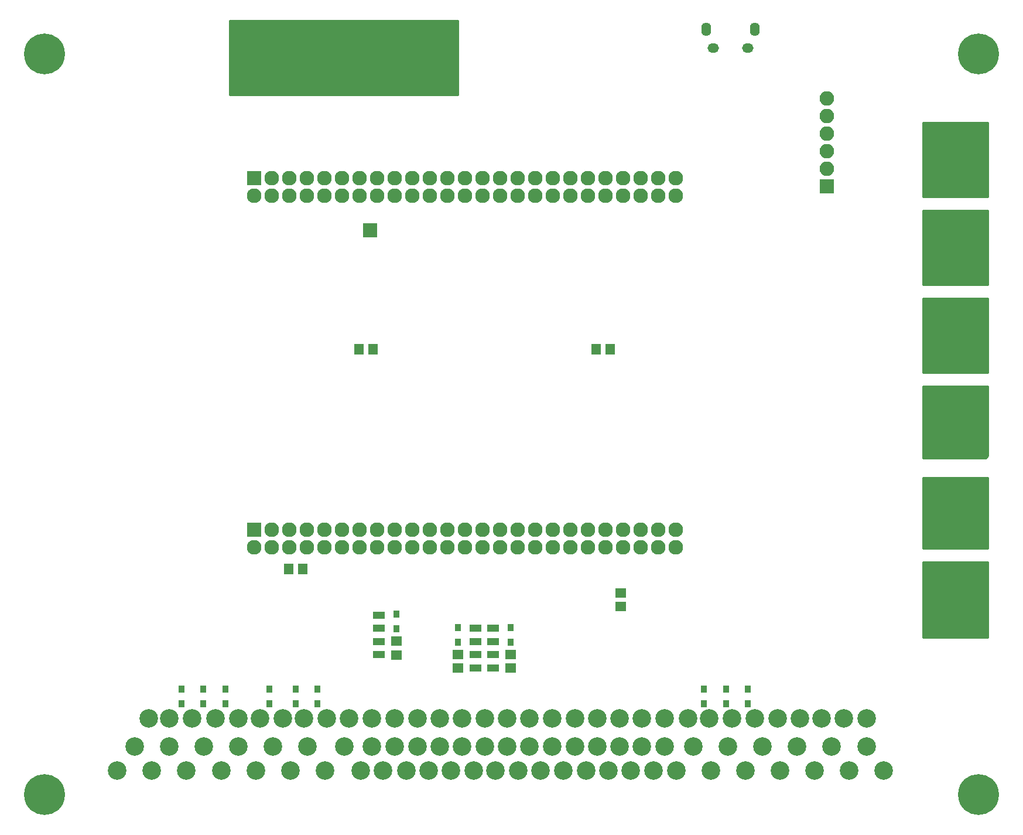
<source format=gbr>
G04 #@! TF.FileFunction,Soldermask,Bot*
%FSLAX46Y46*%
G04 Gerber Fmt 4.6, Leading zero omitted, Abs format (unit mm)*
G04 Created by KiCad (PCBNEW 4.0.4-stable) date 05/15/17 18:30:56*
%MOMM*%
%LPD*%
G01*
G04 APERTURE LIST*
%ADD10C,0.100000*%
%ADD11C,5.900000*%
%ADD12R,1.400000X1.650000*%
%ADD13R,1.650000X1.400000*%
%ADD14R,0.850000X1.000000*%
%ADD15O,1.650000X1.350000*%
%ADD16O,1.400000X1.950000*%
%ADD17R,2.127200X2.127200*%
%ADD18O,2.127200X2.127200*%
%ADD19C,2.686000*%
%ADD20R,2.100000X2.100000*%
%ADD21R,1.700000X1.100000*%
%ADD22C,1.206000*%
%ADD23O,2.100000X2.100000*%
%ADD24C,0.254000*%
G04 APERTURE END LIST*
D10*
D11*
X140000000Y-112000000D03*
X5000000Y-112000000D03*
X140000000Y-5000000D03*
X5000000Y-5000000D03*
D12*
X40275000Y-79375000D03*
X42275000Y-79375000D03*
D13*
X88265000Y-82820000D03*
X88265000Y-84820000D03*
D12*
X50435000Y-47625000D03*
X52435000Y-47625000D03*
X84725000Y-47625000D03*
X86725000Y-47625000D03*
D14*
X100330000Y-96740000D03*
X100330000Y-98840000D03*
X103505000Y-96740000D03*
X103505000Y-98840000D03*
X44450000Y-96740000D03*
X44450000Y-98840000D03*
X37465000Y-96740000D03*
X37465000Y-98840000D03*
X106680000Y-96740000D03*
X106680000Y-98840000D03*
X41275000Y-96740000D03*
X41275000Y-98840000D03*
X27940000Y-96740000D03*
X27940000Y-98840000D03*
X24765000Y-96740000D03*
X24765000Y-98840000D03*
D15*
X106640900Y-4102540D03*
X101640900Y-4102540D03*
D16*
X107640900Y-1402540D03*
X100640900Y-1402540D03*
D17*
X35290000Y-73710000D03*
D18*
X35290000Y-76250000D03*
X37830000Y-73710000D03*
X37830000Y-76250000D03*
X40370000Y-73710000D03*
X40370000Y-76250000D03*
X42910000Y-73710000D03*
X42910000Y-76250000D03*
X45450000Y-73710000D03*
X45450000Y-76250000D03*
X47990000Y-73710000D03*
X47990000Y-76250000D03*
X50530000Y-73710000D03*
X50530000Y-76250000D03*
X53070000Y-73710000D03*
X53070000Y-76250000D03*
X55610000Y-73710000D03*
X55610000Y-76250000D03*
X58150000Y-73710000D03*
X58150000Y-76250000D03*
X60690000Y-73710000D03*
X60690000Y-76250000D03*
X63230000Y-73710000D03*
X63230000Y-76250000D03*
X65770000Y-73710000D03*
X65770000Y-76250000D03*
X68310000Y-73710000D03*
X68310000Y-76250000D03*
X70850000Y-73710000D03*
X70850000Y-76250000D03*
X73390000Y-73710000D03*
X73390000Y-76250000D03*
X75930000Y-73710000D03*
X75930000Y-76250000D03*
X78470000Y-73710000D03*
X78470000Y-76250000D03*
X81010000Y-73710000D03*
X81010000Y-76250000D03*
X83550000Y-73710000D03*
X83550000Y-76250000D03*
X86090000Y-73710000D03*
X86090000Y-76250000D03*
X88630000Y-73710000D03*
X88630000Y-76250000D03*
X91170000Y-73710000D03*
X91170000Y-76250000D03*
X93710000Y-73710000D03*
X93710000Y-76250000D03*
X96250000Y-73710000D03*
X96250000Y-76250000D03*
D17*
X35290000Y-22910000D03*
D18*
X35290000Y-25450000D03*
X37830000Y-22910000D03*
X37830000Y-25450000D03*
X40370000Y-22910000D03*
X40370000Y-25450000D03*
X42910000Y-22910000D03*
X42910000Y-25450000D03*
X45450000Y-22910000D03*
X45450000Y-25450000D03*
X47990000Y-22910000D03*
X47990000Y-25450000D03*
X50530000Y-22910000D03*
X50530000Y-25450000D03*
X53070000Y-22910000D03*
X53070000Y-25450000D03*
X55610000Y-22910000D03*
X55610000Y-25450000D03*
X58150000Y-22910000D03*
X58150000Y-25450000D03*
X60690000Y-22910000D03*
X60690000Y-25450000D03*
X63230000Y-22910000D03*
X63230000Y-25450000D03*
X65770000Y-22910000D03*
X65770000Y-25450000D03*
X68310000Y-22910000D03*
X68310000Y-25450000D03*
X70850000Y-22910000D03*
X70850000Y-25450000D03*
X73390000Y-22910000D03*
X73390000Y-25450000D03*
X75930000Y-22910000D03*
X75930000Y-25450000D03*
X78470000Y-22910000D03*
X78470000Y-25450000D03*
X81010000Y-22910000D03*
X81010000Y-25450000D03*
X83550000Y-22910000D03*
X83550000Y-25450000D03*
X86090000Y-22910000D03*
X86090000Y-25450000D03*
X88630000Y-22910000D03*
X88630000Y-25450000D03*
X91170000Y-22910000D03*
X91170000Y-25450000D03*
X93710000Y-22910000D03*
X93710000Y-25450000D03*
X96250000Y-22910000D03*
X96250000Y-25450000D03*
D19*
X126292000Y-108500000D03*
X121292000Y-108500000D03*
X116292000Y-108500000D03*
X111292000Y-108500000D03*
X106292000Y-108500000D03*
X101292000Y-108500000D03*
X96292000Y-108500000D03*
X92992000Y-108500000D03*
X89692000Y-108500000D03*
X86492000Y-108500000D03*
X83292000Y-108500000D03*
X79992000Y-108500000D03*
X76692000Y-108500000D03*
X73492000Y-108500000D03*
X70192000Y-108500000D03*
X66992000Y-108500000D03*
X63692000Y-108500000D03*
X60492000Y-108500000D03*
X57292000Y-108500000D03*
X53892000Y-108500000D03*
X50692000Y-108500000D03*
X45492000Y-108500000D03*
X40492000Y-108500000D03*
X35492000Y-108500000D03*
X30492000Y-108500000D03*
X25492000Y-108500000D03*
X20492000Y-108500000D03*
X15492000Y-108500000D03*
X123792000Y-105000000D03*
X118792000Y-105000000D03*
X113792000Y-105000000D03*
X108792000Y-105000000D03*
X103792000Y-105000000D03*
X98792000Y-105000000D03*
X94642000Y-105000000D03*
X91342000Y-105000000D03*
X88092000Y-105000000D03*
X84892000Y-105000000D03*
X81642000Y-105000000D03*
X78342000Y-105000000D03*
X75092000Y-105000000D03*
X71842000Y-105000000D03*
X68592000Y-105000000D03*
X65342000Y-105000000D03*
X62092000Y-105000000D03*
X58892000Y-105000000D03*
X55592000Y-105000000D03*
X52292000Y-105000000D03*
X48292000Y-105000000D03*
X42992000Y-105000000D03*
X37992000Y-105000000D03*
X32992000Y-105000000D03*
X27992000Y-105000000D03*
X22992000Y-105000000D03*
X17992000Y-105000000D03*
X123792000Y-101000000D03*
X120492000Y-101000000D03*
X117292000Y-101000000D03*
X114192000Y-101000000D03*
X110992000Y-101000000D03*
X107692000Y-101000000D03*
X104392000Y-101000000D03*
X101092000Y-101000000D03*
X97992000Y-101000000D03*
X94642000Y-101000000D03*
X91342000Y-101000000D03*
X88092000Y-101000000D03*
X84892000Y-101000000D03*
X81642000Y-101000000D03*
X78342000Y-101000000D03*
X75092000Y-101000000D03*
X71842000Y-101000000D03*
X68592000Y-101000000D03*
X65342000Y-101000000D03*
X62092000Y-101000000D03*
X58892000Y-101000000D03*
X55592000Y-101000000D03*
X52292000Y-101000000D03*
X48992000Y-101000000D03*
X45792000Y-101000000D03*
X42492000Y-101000000D03*
X39392000Y-101000000D03*
X36092000Y-101000000D03*
X32992000Y-101000000D03*
X29692000Y-101000000D03*
X26292000Y-101000000D03*
X22992000Y-101000000D03*
X19992000Y-101000000D03*
D13*
X55880000Y-91805000D03*
X55880000Y-89805000D03*
X72390000Y-93710000D03*
X72390000Y-91710000D03*
X64770000Y-93710000D03*
X64770000Y-91710000D03*
D14*
X31115000Y-96740000D03*
X31115000Y-98840000D03*
X55880000Y-88045000D03*
X55880000Y-85945000D03*
X64770000Y-89950000D03*
X64770000Y-87850000D03*
X72390000Y-89950000D03*
X72390000Y-87850000D03*
D20*
X52070000Y-30480000D03*
D21*
X53340000Y-91755000D03*
X53340000Y-89855000D03*
X53340000Y-87945000D03*
X53340000Y-86045000D03*
X67310000Y-93660000D03*
X67310000Y-91760000D03*
X67310000Y-89850000D03*
X67310000Y-87950000D03*
X69850000Y-93660000D03*
X69850000Y-91760000D03*
X69850000Y-89850000D03*
X69850000Y-87950000D03*
D22*
X136580000Y-20320000D03*
X139580000Y-20320000D03*
X133580000Y-20320000D03*
X133580000Y-17820000D03*
X136580000Y-17820000D03*
X139580000Y-17820000D03*
X133580000Y-22820000D03*
X136580000Y-22820000D03*
X139580000Y-22820000D03*
X136580000Y-33020000D03*
X139580000Y-33020000D03*
X133580000Y-33020000D03*
X133580000Y-30520000D03*
X136580000Y-30520000D03*
X139580000Y-30520000D03*
X133580000Y-35520000D03*
X136580000Y-35520000D03*
X139580000Y-35520000D03*
X136580000Y-45720000D03*
X139580000Y-45720000D03*
X133580000Y-45720000D03*
X133580000Y-43220000D03*
X136580000Y-43220000D03*
X139580000Y-43220000D03*
X133580000Y-48220000D03*
X136580000Y-48220000D03*
X139580000Y-48220000D03*
X136580000Y-58420000D03*
X139580000Y-58420000D03*
X133580000Y-58420000D03*
X133580000Y-55920000D03*
X136580000Y-55920000D03*
X139580000Y-55920000D03*
X133580000Y-60920000D03*
X136580000Y-60920000D03*
X139580000Y-60920000D03*
X136580000Y-71120000D03*
X139580000Y-71120000D03*
X133580000Y-71120000D03*
X133580000Y-68620000D03*
X136580000Y-68620000D03*
X139580000Y-68620000D03*
X133580000Y-73620000D03*
X136580000Y-73620000D03*
X139580000Y-73620000D03*
X136580000Y-83820000D03*
X139580000Y-83820000D03*
X133580000Y-83820000D03*
X133580000Y-81320000D03*
X136580000Y-81320000D03*
X139580000Y-81320000D03*
X133580000Y-86320000D03*
X136580000Y-86320000D03*
X139580000Y-86320000D03*
D20*
X118110000Y-24130000D03*
D23*
X118110000Y-21590000D03*
X118110000Y-19050000D03*
X118110000Y-16510000D03*
X118110000Y-13970000D03*
X118110000Y-11430000D03*
D24*
G36*
X141351000Y-89281000D02*
X131953000Y-89281000D01*
X131953000Y-78359000D01*
X141351000Y-78359000D01*
X141351000Y-89281000D01*
X141351000Y-89281000D01*
G37*
X141351000Y-89281000D02*
X131953000Y-89281000D01*
X131953000Y-78359000D01*
X141351000Y-78359000D01*
X141351000Y-89281000D01*
G36*
X141351000Y-76454000D02*
X131953000Y-76454000D01*
X131953000Y-66167000D01*
X141351000Y-66167000D01*
X141351000Y-76454000D01*
X141351000Y-76454000D01*
G37*
X141351000Y-76454000D02*
X131953000Y-76454000D01*
X131953000Y-66167000D01*
X141351000Y-66167000D01*
X141351000Y-76454000D01*
G36*
X141351000Y-63066394D02*
X141044394Y-63373000D01*
X131953000Y-63373000D01*
X131953000Y-52959000D01*
X141351000Y-52959000D01*
X141351000Y-63066394D01*
X141351000Y-63066394D01*
G37*
X141351000Y-63066394D02*
X141044394Y-63373000D01*
X131953000Y-63373000D01*
X131953000Y-52959000D01*
X141351000Y-52959000D01*
X141351000Y-63066394D01*
G36*
X141351000Y-51054000D02*
X131953000Y-51054000D01*
X131953000Y-40259000D01*
X141351000Y-40259000D01*
X141351000Y-51054000D01*
X141351000Y-51054000D01*
G37*
X141351000Y-51054000D02*
X131953000Y-51054000D01*
X131953000Y-40259000D01*
X141351000Y-40259000D01*
X141351000Y-51054000D01*
G36*
X141351000Y-38354000D02*
X131953000Y-38354000D01*
X131953000Y-27559000D01*
X141351000Y-27559000D01*
X141351000Y-38354000D01*
X141351000Y-38354000D01*
G37*
X141351000Y-38354000D02*
X131953000Y-38354000D01*
X131953000Y-27559000D01*
X141351000Y-27559000D01*
X141351000Y-38354000D01*
G36*
X141351000Y-25654000D02*
X131953000Y-25654000D01*
X131953000Y-14859000D01*
X141351000Y-14859000D01*
X141351000Y-25654000D01*
X141351000Y-25654000D01*
G37*
X141351000Y-25654000D02*
X131953000Y-25654000D01*
X131953000Y-14859000D01*
X141351000Y-14859000D01*
X141351000Y-25654000D01*
G36*
X64770000Y-10922000D02*
X31750000Y-10922000D01*
X31750000Y-127000D01*
X64770000Y-127000D01*
X64770000Y-10922000D01*
X64770000Y-10922000D01*
G37*
X64770000Y-10922000D02*
X31750000Y-10922000D01*
X31750000Y-127000D01*
X64770000Y-127000D01*
X64770000Y-10922000D01*
M02*

</source>
